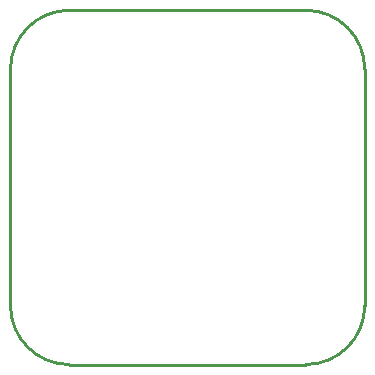
<source format=gko>
G04 Layer: BoardOutlineLayer*
G04 EasyEDA Pro v2.1.51, 2024-03-10 10:17:56*
G04 Gerber Generator version 0.3*
G04 Scale: 100 percent, Rotated: No, Reflected: No*
G04 Dimensions in millimeters*
G04 Leading zeros omitted, absolute positions, 3 integers and 5 decimals*
%FSLAX35Y35*%
%MOMM*%
%ADD10C,0.254*%
G75*


G04 Rect Start*
G54D10*
G01X0Y2500000D02*
G01X0Y500000D01*
G03X500000Y0I500000J0D01*
G01X2500000D01*
G03X3000000Y500000I0J500000D01*
G01Y2500000D01*
G03X2500000Y3000000I-500000J0D01*
G01X500000D01*
G03X0Y2500000I0J-500000D01*
G04 Rect End*

M02*

</source>
